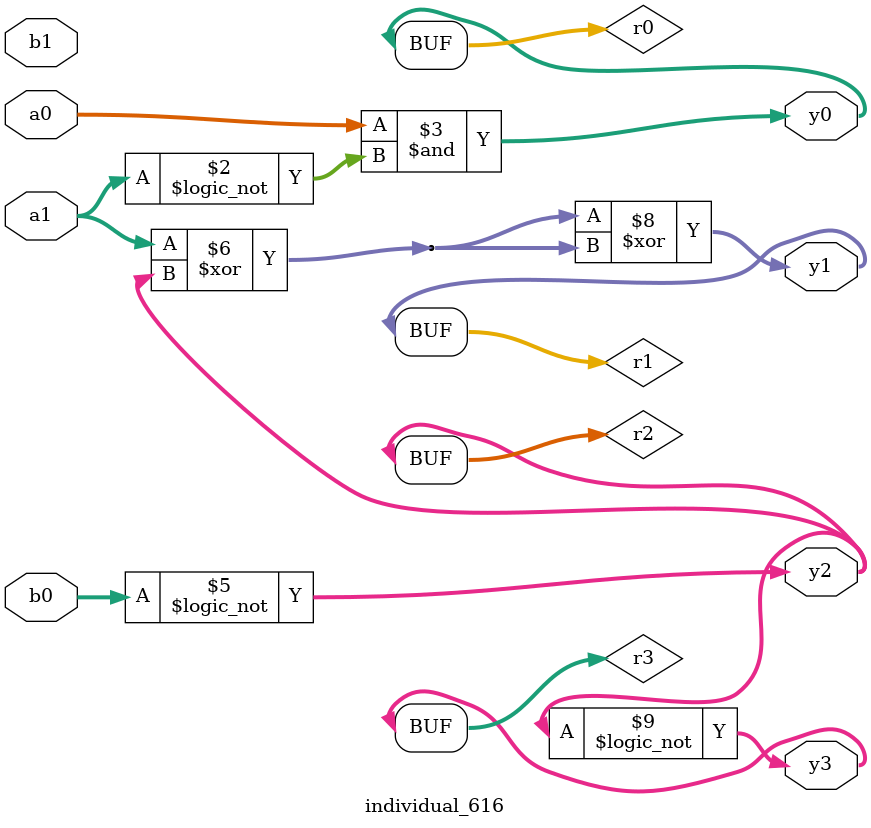
<source format=sv>
module individual_616(input logic [15:0] a1, input logic [15:0] a0, input logic [15:0] b1, input logic [15:0] b0, output logic [15:0] y3, output logic [15:0] y2, output logic [15:0] y1, output logic [15:0] y0);
logic [15:0] r0, r1, r2, r3; 
 always@(*) begin 
	 r0 = a0; r1 = a1; r2 = b0; r3 = b1; 
 	 r3 = ! r1 ;
 	 r0  &=  r3 ;
 	 r3  &=  a0 ;
 	 r2 = ! r2 ;
 	 r1  ^=  r2 ;
 	 r3  |=  r2 ;
 	 r1  ^=  r1 ;
 	 r3 = ! r2 ;
 	 y3 = r3; y2 = r2; y1 = r1; y0 = r0; 
end
endmodule
</source>
